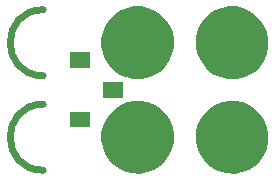
<source format=gts>
%TF.GenerationSoftware,KiCad,Pcbnew,4.0.5-e0-6337~49~ubuntu16.04.1*%
%TF.CreationDate,2017-05-26T06:39:28-07:00*%
%TF.ProjectId,2x3-Slide-Switch-CL-SB-SMT,3278332D536C6964652D537769746368,v1.1*%
%TF.FileFunction,Soldermask,Top*%
%FSLAX46Y46*%
G04 Gerber Fmt 4.6, Leading zero omitted, Abs format (unit mm)*
G04 Created by KiCad (PCBNEW 4.0.5-e0-6337~49~ubuntu16.04.1) date Fri May 26 06:39:28 2017*
%MOMM*%
%LPD*%
G01*
G04 APERTURE LIST*
%ADD10C,0.350000*%
%ADD11C,0.600000*%
G04 APERTURE END LIST*
D10*
D11*
X2870200Y-49100740D02*
G75*
G03X2870200Y-54688740I0J-2794000D01*
G01*
X2870200Y-41099740D02*
G75*
G03X2870200Y-46687740I0J-2794000D01*
G01*
D10*
G36*
X11193310Y-48820587D02*
X11784255Y-48941891D01*
X12340398Y-49175672D01*
X12840534Y-49513018D01*
X13265621Y-49941083D01*
X13599466Y-50443561D01*
X13829356Y-51001316D01*
X13946464Y-51592754D01*
X13946464Y-51592764D01*
X13946531Y-51593103D01*
X13936910Y-52282156D01*
X13936833Y-52282494D01*
X13936833Y-52282502D01*
X13803257Y-52870441D01*
X13557885Y-53421556D01*
X13210137Y-53914518D01*
X12773262Y-54330549D01*
X12263900Y-54653801D01*
X11701454Y-54871959D01*
X11107347Y-54976716D01*
X10504203Y-54964082D01*
X9915000Y-54834537D01*
X9362182Y-54593017D01*
X8866807Y-54248722D01*
X8447737Y-53814763D01*
X8120938Y-53307670D01*
X7898856Y-52746754D01*
X7789955Y-52153398D01*
X7798377Y-51550181D01*
X7923806Y-50960087D01*
X8161459Y-50405598D01*
X8502291Y-49907828D01*
X8933312Y-49485740D01*
X9438113Y-49155408D01*
X9997459Y-48929417D01*
X10590045Y-48816376D01*
X11193310Y-48820587D01*
X11193310Y-48820587D01*
G37*
G36*
X19193310Y-48820587D02*
X19784255Y-48941891D01*
X20340398Y-49175672D01*
X20840534Y-49513018D01*
X21265621Y-49941083D01*
X21599466Y-50443561D01*
X21829356Y-51001316D01*
X21946464Y-51592754D01*
X21946464Y-51592764D01*
X21946531Y-51593103D01*
X21936910Y-52282156D01*
X21936833Y-52282494D01*
X21936833Y-52282502D01*
X21803257Y-52870441D01*
X21557885Y-53421556D01*
X21210137Y-53914518D01*
X20773262Y-54330549D01*
X20263900Y-54653801D01*
X19701454Y-54871959D01*
X19107347Y-54976716D01*
X18504203Y-54964082D01*
X17915000Y-54834537D01*
X17362182Y-54593017D01*
X16866807Y-54248722D01*
X16447737Y-53814763D01*
X16120938Y-53307670D01*
X15898856Y-52746754D01*
X15789955Y-52153398D01*
X15798377Y-51550181D01*
X15923806Y-50960087D01*
X16161459Y-50405598D01*
X16502291Y-49907828D01*
X16933312Y-49485740D01*
X17438113Y-49155408D01*
X17997459Y-48929417D01*
X18590045Y-48816376D01*
X19193310Y-48820587D01*
X19193310Y-48820587D01*
G37*
G36*
X6855460Y-51069240D02*
X5102860Y-51069240D01*
X5102860Y-49717960D01*
X6855460Y-49717960D01*
X6855460Y-51069240D01*
X6855460Y-51069240D01*
G37*
G36*
X9654540Y-48569880D02*
X7901940Y-48569880D01*
X7901940Y-47218600D01*
X9654540Y-47218600D01*
X9654540Y-48569880D01*
X9654540Y-48569880D01*
G37*
G36*
X11193310Y-40820587D02*
X11784255Y-40941891D01*
X12340398Y-41175672D01*
X12840534Y-41513018D01*
X13265621Y-41941083D01*
X13599466Y-42443561D01*
X13829356Y-43001316D01*
X13946464Y-43592754D01*
X13946464Y-43592764D01*
X13946531Y-43593103D01*
X13936910Y-44282156D01*
X13936833Y-44282494D01*
X13936833Y-44282502D01*
X13803257Y-44870441D01*
X13557885Y-45421556D01*
X13210137Y-45914518D01*
X12773262Y-46330549D01*
X12263900Y-46653801D01*
X11701454Y-46871959D01*
X11107347Y-46976716D01*
X10504203Y-46964082D01*
X9915000Y-46834537D01*
X9362182Y-46593017D01*
X8866807Y-46248722D01*
X8447737Y-45814763D01*
X8120938Y-45307670D01*
X7898856Y-44746754D01*
X7789955Y-44153398D01*
X7798377Y-43550181D01*
X7923806Y-42960087D01*
X8161459Y-42405598D01*
X8502291Y-41907828D01*
X8933312Y-41485740D01*
X9438113Y-41155408D01*
X9997459Y-40929417D01*
X10590045Y-40816376D01*
X11193310Y-40820587D01*
X11193310Y-40820587D01*
G37*
G36*
X19193310Y-40820587D02*
X19784255Y-40941891D01*
X20340398Y-41175672D01*
X20840534Y-41513018D01*
X21265621Y-41941083D01*
X21599466Y-42443561D01*
X21829356Y-43001316D01*
X21946464Y-43592754D01*
X21946464Y-43592764D01*
X21946531Y-43593103D01*
X21936910Y-44282156D01*
X21936833Y-44282494D01*
X21936833Y-44282502D01*
X21803257Y-44870441D01*
X21557885Y-45421556D01*
X21210137Y-45914518D01*
X20773262Y-46330549D01*
X20263900Y-46653801D01*
X19701454Y-46871959D01*
X19107347Y-46976716D01*
X18504203Y-46964082D01*
X17915000Y-46834537D01*
X17362182Y-46593017D01*
X16866807Y-46248722D01*
X16447737Y-45814763D01*
X16120938Y-45307670D01*
X15898856Y-44746754D01*
X15789955Y-44153398D01*
X15798377Y-43550181D01*
X15923806Y-42960087D01*
X16161459Y-42405598D01*
X16502291Y-41907828D01*
X16933312Y-41485740D01*
X17438113Y-41155408D01*
X17997459Y-40929417D01*
X18590045Y-40816376D01*
X19193310Y-40820587D01*
X19193310Y-40820587D01*
G37*
G36*
X6855460Y-46070520D02*
X5102860Y-46070520D01*
X5102860Y-44719240D01*
X6855460Y-44719240D01*
X6855460Y-46070520D01*
X6855460Y-46070520D01*
G37*
M02*

</source>
